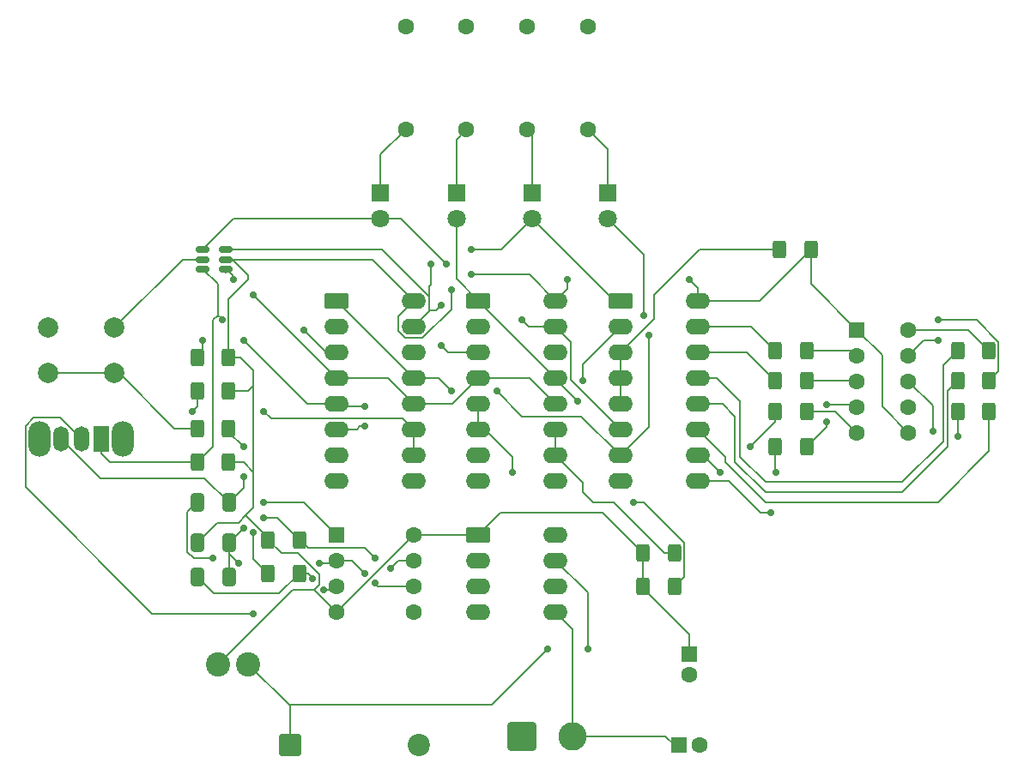
<source format=gbr>
%TF.GenerationSoftware,KiCad,Pcbnew,9.0.3*%
%TF.CreationDate,2025-12-16T09:58:44+01:00*%
%TF.ProjectId,PTP_Teo_Sencar_Project1,5054505f-5465-46f5-9f53-656e6361725f,rev?*%
%TF.SameCoordinates,Original*%
%TF.FileFunction,Copper,L1,Top*%
%TF.FilePolarity,Positive*%
%FSLAX46Y46*%
G04 Gerber Fmt 4.6, Leading zero omitted, Abs format (unit mm)*
G04 Created by KiCad (PCBNEW 9.0.3) date 2025-12-16 09:58:44*
%MOMM*%
%LPD*%
G01*
G04 APERTURE LIST*
G04 Aperture macros list*
%AMRoundRect*
0 Rectangle with rounded corners*
0 $1 Rounding radius*
0 $2 $3 $4 $5 $6 $7 $8 $9 X,Y pos of 4 corners*
0 Add a 4 corners polygon primitive as box body*
4,1,4,$2,$3,$4,$5,$6,$7,$8,$9,$2,$3,0*
0 Add four circle primitives for the rounded corners*
1,1,$1+$1,$2,$3*
1,1,$1+$1,$4,$5*
1,1,$1+$1,$6,$7*
1,1,$1+$1,$8,$9*
0 Add four rect primitives between the rounded corners*
20,1,$1+$1,$2,$3,$4,$5,0*
20,1,$1+$1,$4,$5,$6,$7,0*
20,1,$1+$1,$6,$7,$8,$9,0*
20,1,$1+$1,$8,$9,$2,$3,0*%
G04 Aperture macros list end*
%TA.AperFunction,ComponentPad*%
%ADD10O,1.500000X2.500000*%
%TD*%
%TA.AperFunction,ComponentPad*%
%ADD11R,1.500000X2.500000*%
%TD*%
%TA.AperFunction,ComponentPad*%
%ADD12O,2.200000X3.500000*%
%TD*%
%TA.AperFunction,ComponentPad*%
%ADD13C,1.800000*%
%TD*%
%TA.AperFunction,ComponentPad*%
%ADD14R,1.800000X1.800000*%
%TD*%
%TA.AperFunction,ComponentPad*%
%ADD15C,2.000000*%
%TD*%
%TA.AperFunction,SMDPad,CuDef*%
%ADD16RoundRect,0.250000X-0.400000X-0.625000X0.400000X-0.625000X0.400000X0.625000X-0.400000X0.625000X0*%
%TD*%
%TA.AperFunction,SMDPad,CuDef*%
%ADD17RoundRect,0.150000X-0.512500X-0.150000X0.512500X-0.150000X0.512500X0.150000X-0.512500X0.150000X0*%
%TD*%
%TA.AperFunction,ComponentPad*%
%ADD18C,1.600000*%
%TD*%
%TA.AperFunction,ComponentPad*%
%ADD19RoundRect,0.250000X-0.550000X0.550000X-0.550000X-0.550000X0.550000X-0.550000X0.550000X0.550000X0*%
%TD*%
%TA.AperFunction,SMDPad,CuDef*%
%ADD20RoundRect,0.250000X0.400000X0.625000X-0.400000X0.625000X-0.400000X-0.625000X0.400000X-0.625000X0*%
%TD*%
%TA.AperFunction,ComponentPad*%
%ADD21RoundRect,0.250000X-0.550000X-0.550000X0.550000X-0.550000X0.550000X0.550000X-0.550000X0.550000X0*%
%TD*%
%TA.AperFunction,ComponentPad*%
%ADD22RoundRect,0.250000X-0.950000X-0.550000X0.950000X-0.550000X0.950000X0.550000X-0.950000X0.550000X0*%
%TD*%
%TA.AperFunction,ComponentPad*%
%ADD23O,2.400000X1.600000*%
%TD*%
%TA.AperFunction,ComponentPad*%
%ADD24R,1.600000X1.600000*%
%TD*%
%TA.AperFunction,ComponentPad*%
%ADD25RoundRect,0.249999X-0.850001X-0.850001X0.850001X-0.850001X0.850001X0.850001X-0.850001X0.850001X0*%
%TD*%
%TA.AperFunction,ComponentPad*%
%ADD26C,2.200000*%
%TD*%
%TA.AperFunction,SMDPad,CuDef*%
%ADD27RoundRect,0.250000X-0.412500X-0.650000X0.412500X-0.650000X0.412500X0.650000X-0.412500X0.650000X0*%
%TD*%
%TA.AperFunction,ComponentPad*%
%ADD28RoundRect,0.250001X-1.149999X-1.149999X1.149999X-1.149999X1.149999X1.149999X-1.149999X1.149999X0*%
%TD*%
%TA.AperFunction,ComponentPad*%
%ADD29C,2.800000*%
%TD*%
%TA.AperFunction,ComponentPad*%
%ADD30C,2.400000*%
%TD*%
%TA.AperFunction,ViaPad*%
%ADD31C,0.700000*%
%TD*%
%TA.AperFunction,Conductor*%
%ADD32C,0.200000*%
%TD*%
G04 APERTURE END LIST*
D10*
%TO.P,SW2,3,A*%
%TO.N,Net-(SW2-A)*%
X105000000Y-95702500D03*
%TO.P,SW2,2,C*%
%TO.N,555*%
X107000000Y-95702500D03*
D11*
%TO.P,SW2,1,B*%
%TO.N,Clock*%
X109000000Y-95702500D03*
D12*
%TO.P,SW2,*%
%TO.N,*%
X102900000Y-95702500D03*
X111100000Y-95702500D03*
%TD*%
D13*
%TO.P,D3,2,A*%
%TO.N,Q2*%
X144000000Y-74000000D03*
D14*
%TO.P,D3,1,K*%
%TO.N,Net-(D3-K)*%
X144000000Y-71460000D03*
%TD*%
D15*
%TO.P,SW1,1,1*%
%TO.N,GND*%
X103750000Y-84750000D03*
X110250000Y-84750000D03*
%TO.P,SW1,2,2*%
%TO.N,Net-(R13-Pad1)*%
X103750000Y-89250000D03*
X110250000Y-89250000D03*
%TD*%
D16*
%TO.P,R13,1*%
%TO.N,Net-(R13-Pad1)*%
X118450000Y-94690000D03*
%TO.P,R13,2*%
%TO.N,Net-(SW2-A)*%
X121550000Y-94690000D03*
%TD*%
%TO.P,R8,1*%
%TO.N,Net-(U5-C)*%
X193450000Y-93000000D03*
%TO.P,R8,2*%
%TO.N,Net-(U4-c)*%
X196550000Y-93000000D03*
%TD*%
%TO.P,R10,1*%
%TO.N,Net-(U2B-J)*%
X118450000Y-91000000D03*
%TO.P,R10,2*%
%TO.N,+5V*%
X121550000Y-91000000D03*
%TD*%
%TO.P,R17,1*%
%TO.N,Net-(U4-f)*%
X175450000Y-87000000D03*
%TO.P,R17,2*%
%TO.N,Net-(U5-F)*%
X178550000Y-87000000D03*
%TD*%
D17*
%TO.P,U6,1,A*%
%TO.N,Q3*%
X119000000Y-77050000D03*
%TO.P,U6,2,GND*%
%TO.N,GND*%
X119000000Y-78000000D03*
%TO.P,U6,3,B*%
%TO.N,Clock*%
X119000000Y-78950000D03*
%TO.P,U6,4,Y*%
%TO.N,Reset*%
X121275000Y-78950000D03*
%TO.P,U6,5,VCC*%
%TO.N,+5V*%
X121275000Y-78000000D03*
%TO.P,U6,6,C*%
%TO.N,Q1*%
X121275000Y-77050000D03*
%TD*%
D16*
%TO.P,R6,1*%
%TO.N,Net-(U4-b)*%
X193450000Y-90000000D03*
%TO.P,R6,2*%
%TO.N,Net-(U5-B)*%
X196550000Y-90000000D03*
%TD*%
D18*
%TO.P,R3,1*%
%TO.N,Net-(D3-K)*%
X145000000Y-65160000D03*
%TO.P,R3,2*%
%TO.N,GND*%
X145000000Y-55000000D03*
%TD*%
D19*
%TO.P,C2,1*%
%TO.N,+5V*%
X167000000Y-117000000D03*
D18*
%TO.P,C2,2*%
%TO.N,GND*%
X167000000Y-119000000D03*
%TD*%
D16*
%TO.P,R19,1*%
%TO.N,+5V*%
X125450000Y-105690000D03*
%TO.P,R19,2*%
%TO.N,Net-(U7-DIS)*%
X128550000Y-105690000D03*
%TD*%
D20*
%TO.P,R15,1*%
%TO.N,+5V*%
X179000000Y-77000000D03*
%TO.P,R15,2*%
%TO.N,Net-(U4-BI)*%
X175900000Y-77000000D03*
%TD*%
D21*
%TO.P,U7,1,GND*%
%TO.N,GND*%
X132195000Y-105190000D03*
D18*
%TO.P,U7,2,TR*%
%TO.N,Net-(U7-THR)*%
X132195000Y-107730000D03*
%TO.P,U7,3,Q*%
%TO.N,555*%
X132195000Y-110270000D03*
%TO.P,U7,4,R*%
%TO.N,+5V*%
X132195000Y-112810000D03*
%TO.P,U7,5,CV*%
%TO.N,unconnected-(U7-CV-Pad5)*%
X139815000Y-112810000D03*
%TO.P,U7,6,THR*%
%TO.N,Net-(U7-THR)*%
X139815000Y-110270000D03*
%TO.P,U7,7,DIS*%
%TO.N,Net-(U7-DIS)*%
X139815000Y-107730000D03*
%TO.P,U7,8,VCC*%
%TO.N,+5V*%
X139815000Y-105190000D03*
%TD*%
%TO.P,R4,1*%
%TO.N,Net-(D5-K)*%
X139000000Y-65160000D03*
%TO.P,R4,2*%
%TO.N,GND*%
X139000000Y-55000000D03*
%TD*%
D22*
%TO.P,U3,1,Q*%
%TO.N,Q2*%
X146190000Y-82110000D03*
D23*
%TO.P,U3,2,~{Q}*%
%TO.N,unconnected-(U3A-~{Q}-Pad2)*%
X146190000Y-84650000D03*
%TO.P,U3,3,C*%
%TO.N,Q1*%
X146190000Y-87190000D03*
%TO.P,U3,4,R*%
%TO.N,Reset*%
X146190000Y-89730000D03*
%TO.P,U3,5,K*%
%TO.N,Net-(U3A-J)*%
X146190000Y-92270000D03*
%TO.P,U3,6,J*%
X146190000Y-94810000D03*
%TO.P,U3,7,S*%
%TO.N,GND*%
X146190000Y-97350000D03*
%TO.P,U3,8,VSS*%
X146190000Y-99890000D03*
%TO.P,U3,9,S*%
X153810000Y-99890000D03*
%TO.P,U3,10,J*%
%TO.N,Net-(U3B-J)*%
X153810000Y-97350000D03*
%TO.P,U3,11,K*%
X153810000Y-94810000D03*
%TO.P,U3,12,R*%
%TO.N,Reset*%
X153810000Y-92270000D03*
%TO.P,U3,13,C*%
%TO.N,Q2*%
X153810000Y-89730000D03*
%TO.P,U3,14,~{Q}*%
%TO.N,unconnected-(U3B-~{Q}-Pad14)*%
X153810000Y-87190000D03*
%TO.P,U3,15,Q*%
%TO.N,Q3*%
X153810000Y-84650000D03*
%TO.P,U3,16,VDD*%
%TO.N,+5V*%
X153810000Y-82110000D03*
%TD*%
D22*
%TO.P,U4,1,B*%
%TO.N,Q1*%
X160190000Y-82110000D03*
D23*
%TO.P,U4,2,C*%
%TO.N,Q2*%
X160190000Y-84650000D03*
%TO.P,U4,3,LT*%
%TO.N,Net-(U4-BI)*%
X160190000Y-87190000D03*
%TO.P,U4,4,BI*%
X160190000Y-89730000D03*
%TO.P,U4,5,RBI*%
X160190000Y-92270000D03*
%TO.P,U4,6,D*%
%TO.N,Q3*%
X160190000Y-94810000D03*
%TO.P,U4,7,A*%
%TO.N,Q0*%
X160190000Y-97350000D03*
%TO.P,U4,8,GND*%
%TO.N,GND*%
X160190000Y-99890000D03*
%TO.P,U4,9,e*%
%TO.N,Net-(U4-e)*%
X167810000Y-99890000D03*
%TO.P,U4,10,d*%
%TO.N,Net-(U4-d)*%
X167810000Y-97350000D03*
%TO.P,U4,11,c*%
%TO.N,Net-(U4-c)*%
X167810000Y-94810000D03*
%TO.P,U4,12,b*%
%TO.N,Net-(U4-b)*%
X167810000Y-92270000D03*
%TO.P,U4,13,a*%
%TO.N,Net-(U4-a)*%
X167810000Y-89730000D03*
%TO.P,U4,14,g*%
%TO.N,Net-(U4-g)*%
X167810000Y-87190000D03*
%TO.P,U4,15,f*%
%TO.N,Net-(U4-f)*%
X167810000Y-84650000D03*
%TO.P,U4,16,VCC*%
%TO.N,+5V*%
X167810000Y-82110000D03*
%TD*%
D22*
%TO.P,U1,1,FB*%
%TO.N,+5V*%
X146190000Y-105190000D03*
D23*
%TO.P,U1,2,SGND*%
%TO.N,GND*%
X146190000Y-107730000D03*
%TO.P,U1,3,~{ON}/OFF*%
X146190000Y-110270000D03*
%TO.P,U1,4,PGND*%
X146190000Y-112810000D03*
%TO.P,U1,5,VIN*%
%TO.N,VD*%
X153810000Y-112810000D03*
%TO.P,U1,6,NC*%
%TO.N,unconnected-(U1-NC-Pad6)*%
X153810000Y-110270000D03*
%TO.P,U1,7,OUT*%
%TO.N,Net-(D4-K)*%
X153810000Y-107730000D03*
%TO.P,U1,8,NC*%
%TO.N,unconnected-(U1-NC-Pad8)*%
X153810000Y-105190000D03*
%TD*%
D16*
%TO.P,R14,1*%
%TO.N,Net-(U4-d)*%
X175450000Y-93000000D03*
%TO.P,R14,2*%
%TO.N,Net-(U5-D)*%
X178550000Y-93000000D03*
%TD*%
D21*
%TO.P,C1,1*%
%TO.N,VD*%
X166000000Y-126000000D03*
D18*
%TO.P,C1,2*%
%TO.N,GND*%
X168000000Y-126000000D03*
%TD*%
D24*
%TO.P,U5,1,CA*%
%TO.N,+5V*%
X183532500Y-84982500D03*
D18*
%TO.P,U5,2,F*%
%TO.N,Net-(U5-F)*%
X183532500Y-87522500D03*
%TO.P,U5,3,G*%
%TO.N,Net-(U5-G)*%
X183532500Y-90062500D03*
%TO.P,U5,4,E*%
%TO.N,Net-(U5-E)*%
X183532500Y-92602500D03*
%TO.P,U5,5,D*%
%TO.N,Net-(U5-D)*%
X183532500Y-95142500D03*
%TO.P,U5,6,CA*%
%TO.N,+5V*%
X188612500Y-95142500D03*
%TO.P,U5,7,DP*%
%TO.N,unconnected-(U5-DP-Pad7)*%
X188612500Y-92602500D03*
%TO.P,U5,8,C*%
%TO.N,Net-(U5-C)*%
X188612500Y-90062500D03*
%TO.P,U5,9,B*%
%TO.N,Net-(U5-B)*%
X188612500Y-87522500D03*
%TO.P,U5,10,A*%
%TO.N,Net-(U5-A)*%
X188612500Y-84982500D03*
%TD*%
D14*
%TO.P,D2,1,K*%
%TO.N,Net-(D2-K)*%
X151470000Y-71460000D03*
D13*
%TO.P,D2,2,A*%
%TO.N,Q1*%
X151470000Y-74000000D03*
%TD*%
D25*
%TO.P,D4,1,K*%
%TO.N,Net-(D4-K)*%
X127650000Y-126000000D03*
D26*
%TO.P,D4,2,A*%
%TO.N,GND*%
X140350000Y-126000000D03*
%TD*%
D27*
%TO.P,C3,1*%
%TO.N,GND*%
X118437500Y-102000000D03*
%TO.P,C3,2*%
%TO.N,Net-(SW2-A)*%
X121562500Y-102000000D03*
%TD*%
D16*
%TO.P,R5,1*%
%TO.N,Net-(U4-a)*%
X193450000Y-87000000D03*
%TO.P,R5,2*%
%TO.N,Net-(U5-A)*%
X196550000Y-87000000D03*
%TD*%
D27*
%TO.P,C4,1*%
%TO.N,+5V*%
X118437500Y-106000000D03*
%TO.P,C4,2*%
%TO.N,GND*%
X121562500Y-106000000D03*
%TD*%
D18*
%TO.P,R2,1*%
%TO.N,Net-(D2-K)*%
X151000000Y-65160000D03*
%TO.P,R2,2*%
%TO.N,GND*%
X151000000Y-55000000D03*
%TD*%
D20*
%TO.P,R11,1*%
%TO.N,Net-(U3A-J)*%
X165550000Y-110310000D03*
%TO.P,R11,2*%
%TO.N,+5V*%
X162450000Y-110310000D03*
%TD*%
D16*
%TO.P,R16,1*%
%TO.N,Net-(U4-e)*%
X175450000Y-96500000D03*
%TO.P,R16,2*%
%TO.N,Net-(U5-E)*%
X178550000Y-96500000D03*
%TD*%
%TO.P,R20,1*%
%TO.N,Net-(U7-DIS)*%
X125450000Y-109000000D03*
%TO.P,R20,2*%
%TO.N,Net-(U7-THR)*%
X128550000Y-109000000D03*
%TD*%
D20*
%TO.P,R12,1*%
%TO.N,Net-(U3B-J)*%
X165550000Y-107000000D03*
%TO.P,R12,2*%
%TO.N,+5V*%
X162450000Y-107000000D03*
%TD*%
D14*
%TO.P,D5,1,K*%
%TO.N,Net-(D5-K)*%
X136530000Y-71460000D03*
D13*
%TO.P,D5,2,A*%
%TO.N,Q3*%
X136530000Y-74000000D03*
%TD*%
D18*
%TO.P,R1,1*%
%TO.N,Net-(D1-K)*%
X157000000Y-65160000D03*
%TO.P,R1,2*%
%TO.N,GND*%
X157000000Y-55000000D03*
%TD*%
D27*
%TO.P,C5,1*%
%TO.N,Net-(U7-THR)*%
X118437500Y-109350000D03*
%TO.P,C5,2*%
%TO.N,GND*%
X121562500Y-109350000D03*
%TD*%
D16*
%TO.P,R18,1*%
%TO.N,Net-(U4-g)*%
X175450000Y-90000000D03*
%TO.P,R18,2*%
%TO.N,Net-(U5-G)*%
X178550000Y-90000000D03*
%TD*%
D14*
%TO.P,D1,1,K*%
%TO.N,Net-(D1-K)*%
X158940000Y-71460000D03*
D13*
%TO.P,D1,2,A*%
%TO.N,Q0*%
X158940000Y-74000000D03*
%TD*%
D28*
%TO.P,J1,1,Pin_1*%
%TO.N,GND*%
X150500000Y-125117500D03*
D29*
%TO.P,J1,2,Pin_2*%
%TO.N,VD*%
X155500000Y-125117500D03*
%TD*%
D16*
%TO.P,R9,1*%
%TO.N,Net-(U2A-J)*%
X118450000Y-87690000D03*
%TO.P,R9,2*%
%TO.N,+5V*%
X121550000Y-87690000D03*
%TD*%
%TO.P,R7,1*%
%TO.N,Clock*%
X118450000Y-98000000D03*
%TO.P,R7,2*%
%TO.N,+5V*%
X121550000Y-98000000D03*
%TD*%
D30*
%TO.P,L1,1,1*%
%TO.N,Net-(D4-K)*%
X123500000Y-118000000D03*
%TO.P,L1,2,2*%
%TO.N,+5V*%
X120500000Y-118000000D03*
%TD*%
D22*
%TO.P,U2,1,Q*%
%TO.N,Q0*%
X132190000Y-82110000D03*
D23*
%TO.P,U2,2,~{Q}*%
%TO.N,unconnected-(U2A-~{Q}-Pad2)*%
X132190000Y-84650000D03*
%TO.P,U2,3,C*%
%TO.N,Clock*%
X132190000Y-87190000D03*
%TO.P,U2,4,R*%
%TO.N,Reset*%
X132190000Y-89730000D03*
%TO.P,U2,5,K*%
%TO.N,Net-(U2A-J)*%
X132190000Y-92270000D03*
%TO.P,U2,6,J*%
X132190000Y-94810000D03*
%TO.P,U2,7,S*%
%TO.N,GND*%
X132190000Y-97350000D03*
%TO.P,U2,8,VSS*%
X132190000Y-99890000D03*
%TO.P,U2,9,S*%
X139810000Y-99890000D03*
%TO.P,U2,10,J*%
%TO.N,Net-(U2B-J)*%
X139810000Y-97350000D03*
%TO.P,U2,11,K*%
X139810000Y-94810000D03*
%TO.P,U2,12,R*%
%TO.N,Reset*%
X139810000Y-92270000D03*
%TO.P,U2,13,C*%
%TO.N,Q0*%
X139810000Y-89730000D03*
%TO.P,U2,14,~{Q}*%
%TO.N,unconnected-(U2B-~{Q}-Pad14)*%
X139810000Y-87190000D03*
%TO.P,U2,15,Q*%
%TO.N,Q1*%
X139810000Y-84650000D03*
%TO.P,U2,16,VDD*%
%TO.N,+5V*%
X139810000Y-82110000D03*
%TD*%
D31*
%TO.N,Net-(U2A-J)*%
X135000000Y-92500000D03*
X135000000Y-94500000D03*
%TO.N,GND*%
X122500000Y-108000000D03*
X120000000Y-107500000D03*
X125000000Y-102000000D03*
X123000000Y-104500000D03*
%TO.N,Q2*%
X156000000Y-92000000D03*
X156500000Y-90000000D03*
%TO.N,Q0*%
X162500000Y-83500000D03*
X163000000Y-85500000D03*
%TO.N,Net-(U3A-J)*%
X149500000Y-99000000D03*
X161500000Y-102000000D03*
%TO.N,Q0*%
X148000000Y-91000000D03*
X143500000Y-91000000D03*
%TO.N,Q1*%
X145500000Y-77000000D03*
X141500000Y-78500000D03*
%TO.N,+5V*%
X145500000Y-79500000D03*
X143500000Y-81000000D03*
%TO.N,Clock*%
X120900000Y-84000000D03*
X129000000Y-85000000D03*
%TO.N,Net-(U7-DIS)*%
X125000000Y-103500000D03*
X124000000Y-105000000D03*
%TO.N,Net-(D4-K)*%
X157000000Y-116500000D03*
X153000000Y-116500000D03*
%TO.N,Net-(U5-B)*%
X191500000Y-86000000D03*
X191500000Y-84000000D03*
%TO.N,Net-(U5-C)*%
X193500000Y-95500000D03*
X191000000Y-95000000D03*
%TO.N,Net-(U5-E)*%
X180500000Y-94000000D03*
X180500000Y-92350000D03*
%TO.N,Net-(U4-d)*%
X170000000Y-99000000D03*
X173000000Y-96500000D03*
%TO.N,Net-(U4-e)*%
X175000000Y-103000000D03*
X175500000Y-99000000D03*
%TO.N,+5V*%
X155000000Y-80000000D03*
X167000000Y-80000000D03*
%TO.N,Reset*%
X124000000Y-81500000D03*
X122000000Y-80000000D03*
%TO.N,Net-(U2A-J)*%
X119000000Y-86000000D03*
X123000000Y-86000000D03*
%TO.N,Net-(U2B-J)*%
X125000000Y-93000000D03*
X118000000Y-93000000D03*
%TO.N,Net-(SW2-A)*%
X123000000Y-99500000D03*
X123000000Y-96500000D03*
%TO.N,555*%
X130919240Y-110615000D03*
X124000000Y-113000000D03*
%TO.N,Net-(U7-THR)*%
X129850000Y-109500000D03*
X130500000Y-108000000D03*
%TO.N,Net-(U7-DIS)*%
X137500000Y-108500000D03*
X136000000Y-107500000D03*
%TO.N,Net-(U7-THR)*%
X135000000Y-109000000D03*
X136000000Y-110000000D03*
%TO.N,Q3*%
X143000000Y-78500000D03*
X150500000Y-84000000D03*
%TO.N,Q1*%
X142500000Y-86500000D03*
X142500000Y-82500000D03*
%TD*%
D32*
%TO.N,Net-(U2A-J)*%
X134500000Y-94500000D02*
X134190000Y-94810000D01*
X135000000Y-94500000D02*
X134500000Y-94500000D01*
X132420000Y-92500000D02*
X135000000Y-92500000D01*
X134190000Y-94810000D02*
X132190000Y-94810000D01*
X132190000Y-92270000D02*
X132420000Y-92500000D01*
%TO.N,GND*%
X117000000Y-78000000D02*
X119000000Y-78000000D01*
X110250000Y-84750000D02*
X117000000Y-78000000D01*
X121562500Y-107062500D02*
X121562500Y-106000000D01*
X122500000Y-108000000D02*
X121562500Y-107062500D01*
X118088840Y-107500000D02*
X120000000Y-107500000D01*
X117474000Y-106885160D02*
X118088840Y-107500000D01*
X117474000Y-102963500D02*
X117474000Y-106885160D01*
X118437500Y-102000000D02*
X117474000Y-102963500D01*
X125000000Y-102000000D02*
X129005000Y-102000000D01*
X121562500Y-105937500D02*
X123000000Y-104500000D01*
X121562500Y-106000000D02*
X121562500Y-105937500D01*
X129005000Y-102000000D02*
X132195000Y-105190000D01*
X121562500Y-109350000D02*
X121562500Y-106000000D01*
%TO.N,Q2*%
X156500000Y-88340000D02*
X160190000Y-84650000D01*
X156500000Y-90000000D02*
X156500000Y-88340000D01*
X153810000Y-89810000D02*
X156000000Y-92000000D01*
X153810000Y-89730000D02*
X153810000Y-89810000D01*
%TO.N,Q0*%
X162500000Y-77560000D02*
X158940000Y-74000000D01*
X162500000Y-83500000D02*
X162500000Y-77560000D01*
X163000000Y-94540000D02*
X163000000Y-85500000D01*
X160190000Y-97350000D02*
X163000000Y-94540000D01*
%TO.N,Net-(U3A-J)*%
X146810000Y-94810000D02*
X146190000Y-94810000D01*
X149500000Y-99000000D02*
X149500000Y-97500000D01*
X162500000Y-102000000D02*
X161500000Y-102000000D01*
X149500000Y-97500000D02*
X146810000Y-94810000D01*
X166501000Y-109359000D02*
X166501000Y-106001000D01*
X165550000Y-110310000D02*
X166501000Y-109359000D01*
X166501000Y-106001000D02*
X162500000Y-102000000D01*
%TO.N,Q0*%
X142230000Y-89730000D02*
X139810000Y-89730000D01*
X143500000Y-91000000D02*
X142230000Y-89730000D01*
X150500000Y-93500000D02*
X148000000Y-91000000D01*
X156340000Y-93500000D02*
X150500000Y-93500000D01*
X160190000Y-97350000D02*
X156340000Y-93500000D01*
%TO.N,Q1*%
X148470000Y-77000000D02*
X151470000Y-74000000D01*
X145500000Y-77000000D02*
X148470000Y-77000000D01*
X141500000Y-80500000D02*
X141500000Y-78500000D01*
X141311000Y-80689000D02*
X141500000Y-80500000D01*
%TO.N,Q3*%
X138500000Y-74000000D02*
X136530000Y-74000000D01*
X143000000Y-78500000D02*
X138500000Y-74000000D01*
%TO.N,+5V*%
X138953951Y-85751000D02*
X138309000Y-85106049D01*
X140666049Y-85751000D02*
X138953951Y-85751000D01*
X138309000Y-85106049D02*
X138309000Y-83611000D01*
X143500000Y-82917049D02*
X140666049Y-85751000D01*
X138309000Y-83611000D02*
X139810000Y-82110000D01*
X143500000Y-81000000D02*
X143500000Y-82917049D01*
X151200000Y-79500000D02*
X145500000Y-79500000D01*
X153810000Y-82110000D02*
X151200000Y-79500000D01*
%TO.N,Clock*%
X120900000Y-83900000D02*
X120500000Y-83500000D01*
X120900000Y-84000000D02*
X120900000Y-83900000D01*
X131190000Y-87190000D02*
X129000000Y-85000000D01*
X132190000Y-87190000D02*
X131190000Y-87190000D01*
%TO.N,Net-(U7-DIS)*%
X126360000Y-103500000D02*
X128550000Y-105690000D01*
X125000000Y-103500000D02*
X126360000Y-103500000D01*
X124000000Y-107550000D02*
X124000000Y-105000000D01*
X125450000Y-109000000D02*
X124000000Y-107550000D01*
%TO.N,Net-(D4-K)*%
X157000000Y-110920000D02*
X153810000Y-107730000D01*
X157000000Y-116500000D02*
X157000000Y-110920000D01*
X147500000Y-122000000D02*
X153000000Y-116500000D01*
X127500000Y-122000000D02*
X123500000Y-118000000D01*
X127500000Y-122000000D02*
X147500000Y-122000000D01*
%TO.N,Net-(U5-B)*%
X190135000Y-86000000D02*
X188612500Y-87522500D01*
X191500000Y-86000000D02*
X190135000Y-86000000D01*
X195361160Y-84000000D02*
X191500000Y-84000000D01*
X197501000Y-86139840D02*
X195361160Y-84000000D01*
X196550000Y-90000000D02*
X197501000Y-89049000D01*
X197501000Y-89049000D02*
X197501000Y-86139840D01*
%TO.N,Net-(U5-C)*%
X193450000Y-95450000D02*
X193450000Y-93000000D01*
X193500000Y-95500000D02*
X193450000Y-95450000D01*
X191000000Y-92450000D02*
X191000000Y-95000000D01*
X188612500Y-90062500D02*
X191000000Y-92450000D01*
%TO.N,Net-(U5-E)*%
X183280000Y-92350000D02*
X183532500Y-92602500D01*
X180500000Y-92350000D02*
X183280000Y-92350000D01*
X180500000Y-94550000D02*
X180500000Y-94000000D01*
X178550000Y-96500000D02*
X180500000Y-94550000D01*
%TO.N,Net-(U4-d)*%
X168350000Y-97350000D02*
X167810000Y-97350000D01*
X170000000Y-99000000D02*
X168350000Y-97350000D01*
X175450000Y-93000000D02*
X175450000Y-94050000D01*
X175450000Y-94050000D02*
X173000000Y-96500000D01*
%TO.N,Net-(U4-e)*%
X174000000Y-103000000D02*
X170890000Y-99890000D01*
X175000000Y-103000000D02*
X174000000Y-103000000D01*
X175450000Y-98950000D02*
X175500000Y-99000000D01*
X175450000Y-96500000D02*
X175450000Y-98950000D01*
X170890000Y-99890000D02*
X167810000Y-99890000D01*
%TO.N,+5V*%
X167810000Y-80810000D02*
X167810000Y-82110000D01*
X167000000Y-80000000D02*
X167810000Y-80810000D01*
X153810000Y-82110000D02*
X155000000Y-80920000D01*
X155000000Y-80920000D02*
X155000000Y-80000000D01*
%TO.N,Reset*%
X122000000Y-79675000D02*
X121275000Y-78950000D01*
X122000000Y-80000000D02*
X122000000Y-79675000D01*
X132190000Y-89690000D02*
X124000000Y-81500000D01*
%TO.N,Net-(U2A-J)*%
X119000000Y-87140000D02*
X118450000Y-87690000D01*
X119000000Y-86000000D02*
X119000000Y-87140000D01*
X129270000Y-92270000D02*
X123000000Y-86000000D01*
X132190000Y-92270000D02*
X129270000Y-92270000D01*
%TO.N,Net-(U2B-J)*%
X118450000Y-92550000D02*
X118450000Y-91000000D01*
X118000000Y-93000000D02*
X118450000Y-92550000D01*
X125709000Y-93709000D02*
X125000000Y-93000000D01*
X138709000Y-93709000D02*
X125709000Y-93709000D01*
X139810000Y-94810000D02*
X138709000Y-93709000D01*
%TO.N,Net-(SW2-A)*%
X123000000Y-99500000D02*
X123000000Y-100562500D01*
X123000000Y-100562500D02*
X121562500Y-102000000D01*
X121550000Y-95050000D02*
X123000000Y-96500000D01*
%TO.N,555*%
X131850000Y-110615000D02*
X132195000Y-110270000D01*
X130919240Y-110615000D02*
X131850000Y-110615000D01*
X101499000Y-94472187D02*
X101499000Y-100499000D01*
X102319687Y-93651500D02*
X101499000Y-94472187D01*
X101499000Y-100499000D02*
X114000000Y-113000000D01*
X104949000Y-93651500D02*
X102319687Y-93651500D01*
X114000000Y-113000000D02*
X124000000Y-113000000D01*
X107000000Y-95702500D02*
X104949000Y-93651500D01*
%TO.N,Net-(U7-THR)*%
X131925000Y-108000000D02*
X132195000Y-107730000D01*
X130500000Y-108000000D02*
X131925000Y-108000000D01*
X129350000Y-109000000D02*
X129850000Y-109500000D01*
X128550000Y-109000000D02*
X129350000Y-109000000D01*
%TO.N,Net-(U7-DIS)*%
X138270000Y-107730000D02*
X139815000Y-107730000D01*
X137500000Y-108500000D02*
X138270000Y-107730000D01*
X129360000Y-106500000D02*
X135000000Y-106500000D01*
X135000000Y-106500000D02*
X136000000Y-107500000D01*
X128550000Y-105690000D02*
X129360000Y-106500000D01*
%TO.N,Net-(U7-THR)*%
X136270000Y-110270000D02*
X139815000Y-110270000D01*
X136000000Y-110000000D02*
X136270000Y-110270000D01*
X133730000Y-107730000D02*
X135000000Y-109000000D01*
X132195000Y-107730000D02*
X133730000Y-107730000D01*
%TO.N,Q3*%
X151150000Y-84650000D02*
X150500000Y-84000000D01*
X153810000Y-84650000D02*
X151150000Y-84650000D01*
%TO.N,Q1*%
X143190000Y-87190000D02*
X146190000Y-87190000D01*
X142500000Y-86500000D02*
X143190000Y-87190000D01*
X142000000Y-83000000D02*
X142500000Y-82500000D01*
X141311000Y-83000000D02*
X142000000Y-83000000D01*
X141311000Y-83000000D02*
X141311000Y-83149000D01*
%TO.N,GND*%
X149617500Y-126000000D02*
X150500000Y-125117500D01*
X132195000Y-99895000D02*
X132190000Y-99890000D01*
%TO.N,VD*%
X166000000Y-126000000D02*
X165500000Y-126000000D01*
X165500000Y-126000000D02*
X164617500Y-125117500D01*
X155500000Y-125117500D02*
X155500000Y-114500000D01*
X155500000Y-114500000D02*
X153810000Y-112810000D01*
X164617500Y-125117500D02*
X155500000Y-125117500D01*
%TO.N,+5V*%
X130500000Y-109138840D02*
X130500000Y-110115000D01*
X135700000Y-78000000D02*
X139810000Y-82110000D01*
X123000000Y-98000000D02*
X124000000Y-99000000D01*
X121550000Y-81950000D02*
X123500000Y-80000000D01*
X123250000Y-103250000D02*
X124000000Y-102500000D01*
X126760000Y-107000000D02*
X128361160Y-107000000D01*
X122690000Y-87690000D02*
X121550000Y-87690000D01*
X120500000Y-118000000D02*
X127885000Y-110615000D01*
X124000000Y-99000000D02*
X124000000Y-90500000D01*
X132195000Y-112810000D02*
X139815000Y-105190000D01*
X125450000Y-105690000D02*
X125450000Y-105450000D01*
X123500000Y-91000000D02*
X124000000Y-90500000D01*
X179000000Y-77000000D02*
X179000000Y-80450000D01*
X162450000Y-110450000D02*
X167000000Y-115000000D01*
X167000000Y-115000000D02*
X167000000Y-117000000D01*
X139815000Y-105190000D02*
X146190000Y-105190000D01*
X121550000Y-98000000D02*
X123000000Y-98000000D01*
X124000000Y-102500000D02*
X124000000Y-99000000D01*
X179000000Y-80450000D02*
X183532500Y-84982500D01*
X122500000Y-104000000D02*
X123250000Y-103250000D01*
X127885000Y-110615000D02*
X130000000Y-110615000D01*
X125450000Y-105690000D02*
X126760000Y-107000000D01*
X121937499Y-78000000D02*
X121275000Y-78000000D01*
X173890000Y-82110000D02*
X179000000Y-77000000D01*
X121550000Y-91000000D02*
X123500000Y-91000000D01*
X167810000Y-82110000D02*
X173890000Y-82110000D01*
X124000000Y-89000000D02*
X122690000Y-87690000D01*
X120437500Y-104000000D02*
X122500000Y-104000000D01*
X148380000Y-103000000D02*
X158450000Y-103000000D01*
X158450000Y-103000000D02*
X162450000Y-107000000D01*
X188612500Y-95142500D02*
X186000000Y-92530000D01*
X162450000Y-107000000D02*
X162450000Y-110310000D01*
X128361160Y-107000000D02*
X130500000Y-109138840D01*
X121550000Y-87690000D02*
X121550000Y-81950000D01*
X130500000Y-110115000D02*
X130000000Y-110615000D01*
X162450000Y-110310000D02*
X162450000Y-110450000D01*
X118437500Y-106000000D02*
X120437500Y-104000000D01*
X186000000Y-87450000D02*
X183532500Y-84982500D01*
X123500000Y-80000000D02*
X123500000Y-79562501D01*
X130000000Y-110615000D02*
X132195000Y-112810000D01*
X121275000Y-78000000D02*
X135700000Y-78000000D01*
X124000000Y-90500000D02*
X124000000Y-89000000D01*
X146190000Y-105190000D02*
X148380000Y-103000000D01*
X125450000Y-105450000D02*
X123250000Y-103250000D01*
X123500000Y-79562501D02*
X121937499Y-78000000D01*
X186000000Y-92530000D02*
X186000000Y-87450000D01*
%TO.N,Net-(SW2-A)*%
X119163500Y-99601000D02*
X121562500Y-102000000D01*
X105000000Y-95702500D02*
X108898500Y-99601000D01*
X121550000Y-94690000D02*
X121550000Y-95050000D01*
X108898500Y-99601000D02*
X119163500Y-99601000D01*
%TO.N,Net-(U7-THR)*%
X120087500Y-111000000D02*
X126550000Y-111000000D01*
X126550000Y-111000000D02*
X128550000Y-109000000D01*
X118437500Y-109350000D02*
X120087500Y-111000000D01*
%TO.N,Q0*%
X132190000Y-82110000D02*
X139810000Y-89730000D01*
%TO.N,Net-(D1-K)*%
X158940000Y-67100000D02*
X157000000Y-65160000D01*
X158940000Y-71460000D02*
X158940000Y-67100000D01*
%TO.N,Net-(D2-K)*%
X151470000Y-65630000D02*
X151000000Y-65160000D01*
X151470000Y-71460000D02*
X151470000Y-65630000D01*
%TO.N,Q1*%
X141311000Y-83149000D02*
X139810000Y-84650000D01*
X136707049Y-77050000D02*
X141311000Y-81653951D01*
X151470000Y-74000000D02*
X159580000Y-82110000D01*
X141311000Y-80689000D02*
X141311000Y-81653951D01*
X159580000Y-82110000D02*
X160190000Y-82110000D01*
X141311000Y-81653951D02*
X141311000Y-83000000D01*
X121275000Y-77050000D02*
X136707049Y-77050000D01*
%TO.N,Net-(D3-K)*%
X144000000Y-66160000D02*
X145000000Y-65160000D01*
X144000000Y-71460000D02*
X144000000Y-66160000D01*
%TO.N,Q2*%
X146190000Y-82110000D02*
X153810000Y-89730000D01*
X154230000Y-89730000D02*
X153810000Y-89730000D01*
X144000000Y-74000000D02*
X144000000Y-79920000D01*
X144000000Y-79920000D02*
X146190000Y-82110000D01*
%TO.N,Net-(D4-K)*%
X127650000Y-126000000D02*
X127650000Y-122150000D01*
X127650000Y-122150000D02*
X127500000Y-122000000D01*
%TO.N,Net-(D5-K)*%
X136530000Y-67630000D02*
X139000000Y-65160000D01*
X136530000Y-71460000D02*
X136530000Y-67630000D01*
%TO.N,Q3*%
X155311000Y-89931000D02*
X160190000Y-94810000D01*
X155311000Y-86151000D02*
X155311000Y-89931000D01*
X122050000Y-74000000D02*
X136530000Y-74000000D01*
X119000000Y-77050000D02*
X122050000Y-74000000D01*
X153810000Y-84650000D02*
X155311000Y-86151000D01*
%TO.N,Net-(U4-a)*%
X169730000Y-89730000D02*
X167810000Y-89730000D01*
X174500000Y-100000000D02*
X172000000Y-97500000D01*
X188000000Y-100000000D02*
X174500000Y-100000000D01*
X192000000Y-96000000D02*
X188000000Y-100000000D01*
X192000000Y-88450000D02*
X192000000Y-96000000D01*
X172000000Y-97500000D02*
X172000000Y-92000000D01*
X172000000Y-92000000D02*
X169730000Y-89730000D01*
X193450000Y-87000000D02*
X192000000Y-88450000D01*
%TO.N,Net-(U5-A)*%
X196550000Y-87000000D02*
X194532500Y-84982500D01*
X194532500Y-84982500D02*
X188612500Y-84982500D01*
%TO.N,Net-(U4-b)*%
X171500000Y-93500000D02*
X170270000Y-92270000D01*
X188000000Y-101000000D02*
X174500000Y-101000000D01*
X192499000Y-90951000D02*
X192499000Y-96501000D01*
X171500000Y-98000000D02*
X171500000Y-93500000D01*
X170270000Y-92270000D02*
X167810000Y-92270000D01*
X192499000Y-96501000D02*
X188000000Y-101000000D01*
X174500000Y-101000000D02*
X171500000Y-98000000D01*
X193450000Y-90000000D02*
X192499000Y-90951000D01*
%TO.N,Clock*%
X120000000Y-96500000D02*
X120000000Y-84000000D01*
X109000000Y-97152500D02*
X109847500Y-98000000D01*
X120000000Y-84000000D02*
X120500000Y-83500000D01*
X118450000Y-98000000D02*
X119950000Y-96500000D01*
X119950000Y-96500000D02*
X120000000Y-96500000D01*
X109847500Y-98000000D02*
X118450000Y-98000000D01*
X119000000Y-78950000D02*
X120500000Y-80450000D01*
X109000000Y-95702500D02*
X109000000Y-97152500D01*
X120500000Y-80450000D02*
X120500000Y-83500000D01*
%TO.N,Net-(U4-c)*%
X174500000Y-102000000D02*
X191500000Y-102000000D01*
X170500000Y-98000000D02*
X174500000Y-102000000D01*
X196550000Y-96950000D02*
X196550000Y-93000000D01*
X191500000Y-102000000D02*
X196550000Y-96950000D01*
X170500000Y-97500000D02*
X170500000Y-98000000D01*
X167810000Y-94810000D02*
X170500000Y-97500000D01*
%TO.N,Net-(U2B-J)*%
X139810000Y-94810000D02*
X139810000Y-97350000D01*
%TO.N,Net-(U3A-J)*%
X146190000Y-94810000D02*
X146190000Y-92270000D01*
%TO.N,Net-(U3B-J)*%
X165550000Y-107000000D02*
X164500000Y-107000000D01*
X156500000Y-101000000D02*
X156500000Y-100040000D01*
X156500000Y-100040000D02*
X153810000Y-97350000D01*
X159500000Y-102000000D02*
X157500000Y-102000000D01*
X164500000Y-107000000D02*
X159500000Y-102000000D01*
X157500000Y-102000000D02*
X156500000Y-101000000D01*
X153810000Y-97350000D02*
X153810000Y-94810000D01*
%TO.N,Net-(R13-Pad1)*%
X116190000Y-94690000D02*
X118450000Y-94690000D01*
X103750000Y-89250000D02*
X110250000Y-89250000D01*
X110750000Y-89250000D02*
X116190000Y-94690000D01*
X110250000Y-89250000D02*
X110750000Y-89250000D01*
%TO.N,Net-(U4-d)*%
X175450000Y-93000000D02*
X175000000Y-93000000D01*
%TO.N,Net-(U5-D)*%
X178550000Y-93000000D02*
X181390000Y-93000000D01*
X181390000Y-93000000D02*
X183532500Y-95142500D01*
%TO.N,Net-(U4-BI)*%
X168000000Y-77000000D02*
X163500000Y-81500000D01*
X163500000Y-83880000D02*
X160190000Y-87190000D01*
X175900000Y-77000000D02*
X168000000Y-77000000D01*
X160190000Y-89730000D02*
X160190000Y-87190000D01*
X163500000Y-81500000D02*
X163500000Y-83880000D01*
X160190000Y-92270000D02*
X160190000Y-89730000D01*
%TO.N,Net-(U4-f)*%
X173100000Y-84650000D02*
X175450000Y-87000000D01*
X167810000Y-84650000D02*
X173100000Y-84650000D01*
%TO.N,Net-(U5-F)*%
X178550000Y-87000000D02*
X183010000Y-87000000D01*
X183010000Y-87000000D02*
X183532500Y-87522500D01*
%TO.N,Net-(U5-G)*%
X183470000Y-90000000D02*
X183532500Y-90062500D01*
X178550000Y-90000000D02*
X183470000Y-90000000D01*
%TO.N,Net-(U4-g)*%
X172640000Y-87190000D02*
X175450000Y-90000000D01*
X167810000Y-87190000D02*
X172640000Y-87190000D01*
%TO.N,Net-(U7-DIS)*%
X139545000Y-108000000D02*
X139815000Y-107730000D01*
%TO.N,555*%
X107000000Y-95702500D02*
X107000000Y-96500000D01*
X131925000Y-110000000D02*
X132195000Y-110270000D01*
%TO.N,Reset*%
X151270000Y-89730000D02*
X153810000Y-92270000D01*
X132190000Y-89690000D02*
X132190000Y-89730000D01*
X146190000Y-89730000D02*
X151270000Y-89730000D01*
X121275000Y-78950000D02*
X121275000Y-79275000D01*
X132190000Y-89730000D02*
X137270000Y-89730000D01*
X139810000Y-92270000D02*
X143650000Y-92270000D01*
X143650000Y-92270000D02*
X146190000Y-89730000D01*
X137270000Y-89730000D02*
X139810000Y-92270000D01*
%TD*%
M02*

</source>
